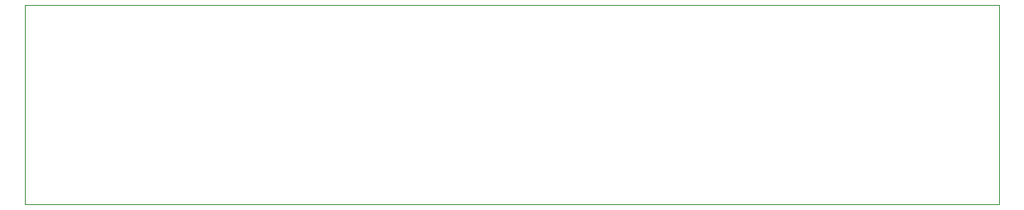
<source format=gbr>
%TF.GenerationSoftware,KiCad,Pcbnew,7.0.2*%
%TF.CreationDate,2023-10-31T00:40:57+09:00*%
%TF.ProjectId,Pmod_US_Speaker,506d6f64-5f55-4535-9f53-7065616b6572,rev?*%
%TF.SameCoordinates,Original*%
%TF.FileFunction,Profile,NP*%
%FSLAX46Y46*%
G04 Gerber Fmt 4.6, Leading zero omitted, Abs format (unit mm)*
G04 Created by KiCad (PCBNEW 7.0.2) date 2023-10-31 00:40:57*
%MOMM*%
%LPD*%
G01*
G04 APERTURE LIST*
%TA.AperFunction,Profile*%
%ADD10C,0.100000*%
%TD*%
G04 APERTURE END LIST*
D10*
X91694000Y-91186000D02*
X191008000Y-91186000D01*
X191008000Y-111506000D01*
X91694000Y-111506000D01*
X91694000Y-91186000D01*
M02*

</source>
